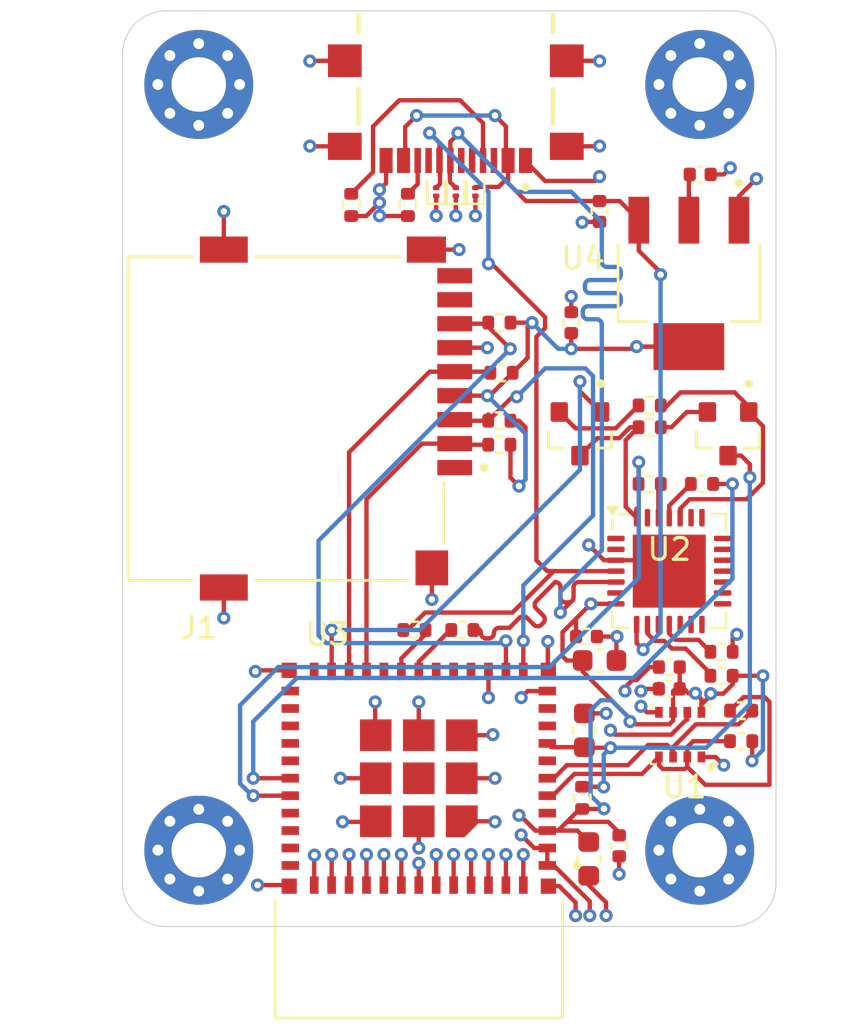
<source format=kicad_pcb>
(kicad_pcb (version 20241229) (generator "pcbnew") (generator_version "9.0")
  (layers (0 "F.Cu" signal) (4 "In1.Cu" signal "GND") (6 "In2.Cu" signal "PWR") (2 "B.Cu" signal) (13 "F.Paste" user) (15 "B.Paste" user) (5 "F.SilkS" user "F.Silkscreen") (7 "B.SilkS" user "B.Silkscreen") (1 "F.Mask" user) (3 "B.Mask" user) (25 "Edge.Cuts" user))
  (net 0 "")
  (net 1 "+3V3")
  (net 2 "GNDREF")
  (net 3 "+5V")
  (net 4 "CHIP_PU")
  (net 5 "U2_D+")
  (net 6 "U2_D-")
  (net 8 "SPI_MOSI")
  (net 9 "SPI_SCK")
  (net 10 "SPI_CSO_SD")
  (net 11 "SPI_MISO")
  (net 16 "Net-(J2-CC1)")
  (net 17 "Net-(J2-CC2)")
  (net 18 "Net-(Q1-B)")
  (net 19 "RTS")
  (net 20 "DTR")
  (net 21 "GPIO9")
  (net 22 "Net-(Q2-B)")
  (net 23 "Net-(U2-~{RST})")
  (net 24 "Net-(U2-~{SUSPEND})")
  (net 25 "Net-(U2-TXD)")
  (net 26 "TXD0")
  (net 27 "Net-(U2-RXD)")
  (net 28 "RXD0")
  (net 29 "SCL")
  (net 30 "SDA")
  (net 31 "GPIO18")
  (net 32 "GPIO19")
  (footprint "Transistor_SMD:TRANS_BC847B" (layer "F.Cu") (at 166 68.9 -90)
    (property "Reference" "Q2" (hide yes))
    (property "Value" "NPN")
  )
  (footprint "Package_DFN_QFN:QFN-28-1EP_5x5mm_P0.5mm_EP3.35x3.35mm" (layer "F.Cu") (at 170.1 75.2)
    (property "Reference" "U2")
    (property "Value" "CP2102N-Axx-xQFN28")
  )
  (footprint "Resistor_SMD:R_0402_1005Metric" (layer "F.Cu") (at 162.3 68.3)
    (property "Reference" "R17" (hide yes))
    (property "Value" "10K")
  )
  (footprint "Resistor_SMD:R_0402_1005Metric" (layer "F.Cu") (at 162.3 63.8)
    (property "Reference" "R16" (hide yes))
    (property "Value" "10K")
  )
  (footprint "esp32-c3-mini:XCVR_ESP32-C3-MINI-1-N4" (layer "F.Cu") (at 158.6 87.4 180)
    (property "Reference" "U3")
    (property "Value" "ESP32-C3-MINI-1-N4")
  )
  (footprint "Capacitor_SMD:C_0402_1005Metric" (layer "F.Cu") (at 171.52 57)
    (property "Reference" "C4" (hide yes))
    (property "Value" "2.2uF")
  )
  (footprint "Capacitor_SMD:C_0402_1005Metric" (layer "F.Cu") (at 167.8 87.8 90)
    (property "Reference" "C8" (hide yes))
    (property "Value" "0.1uF")
  )
  (footprint "Transistor_SMD:TRANS_BC847B" (layer "F.Cu") (at 172.8 68.9 -90)
    (property "Reference" "Q1" (hide yes))
    (property "Value" "NPN")
  )
  (footprint "MountingHole:MountingHole_2.5mm_Pad_Via" (layer "F.Cu") (at 148.5 88)
    (property "Reference" "H4" (hide yes))
    (property "Value" "MountingHole")
  )
  (footprint "Resistor_SMD:R_0402_1005Metric" (layer "F.Cu") (at 162.4 66.1)
    (property "Reference" "R18" (hide yes))
    (property "Value" "10K")
  )
  (footprint "MountingHole:MountingHole_2.5mm_Pad_Via" (layer "F.Cu") (at 171.5 88)
    (property "Reference" "H3" (hide yes))
    (property "Value" "MountingHole")
  )
  (footprint "Resistor_SMD:R_0402_1005Metric" (layer "F.Cu") (at 162.3 69.4)
    (property "Reference" "R15" (hide yes))
    (property "Value" "10K")
  )
  (footprint "Resistor_SMD:R_0402_1005Metric" (layer "F.Cu") (at 173.4 81.6)
    (property "Reference" "R9" (hide yes))
    (property "Value" "4.7k")
  )
  (footprint "Capacitor_SMD:C_0402_1005Metric" (layer "F.Cu") (at 170.1 79.6 180)
    (property "Reference" "C7" (hide yes))
    (property "Value" "100nF")
  )
  (footprint "Resistor_SMD:R_0402_1005Metric" (layer "F.Cu") (at 169.2 68.6)
    (property "Reference" "R6" (hide yes))
    (property "Value" "10k")
  )
  (footprint "Capacitor_SMD:C_0402_1005Metric" (layer "F.Cu") (at 166.9 58.7 -90)
    (property "Reference" "C3" (hide yes))
    (property "Value" "1uF")
  )
  (footprint "Resistor_SMD:R_0402_1005Metric" (layer "F.Cu") (at 158.1 58.4 -90)
    (property "Reference" "R1" (hide yes))
    (property "Value" "5k1")
  )
  (footprint "POWER_REGULATOR:VREG_TLV76133DCYR" (layer "F.Cu") (at 171 62 -90)
    (property "Reference" "U4")
    (property "Value" "TLV76133DCYR")
  )
  (footprint "Capacitor_SMD:C_0603_1608Metric" (layer "F.Cu") (at 166.4 88.4 90)
    (property "Reference" "C5" (hide yes))
    (property "Value" "10uF")
  )
  (footprint "Diode_SMD:Infineon_SG-WLL-2-3_0.58x0.28_P0.36mm" (layer "F.Cu") (at 161.2 57.8 90)
    (property "Reference" "D3" (hide yes))
    (property "Value" "ESD131-B1-W0201")
  )
  (footprint "Resistor_SMD:R_0402_1005Metric" (layer "F.Cu") (at 171.6 71.2 180)
    (property "Reference" "R5" (hide yes))
    (property "Value" "0")
  )
  (footprint "USB_CONNECTORS:GCT_USB4216-03-A_REVA" (layer "F.Cu") (at 160.3 52.9375 180)
    (property "Reference" "J2" (hide yes))
    (property "Value" "USB4216-03-A_REVA")
  )
  (footprint "Resistor_SMD:R_0402_1005Metric" (layer "F.Cu") (at 169.2 67.6 180)
    (property "Reference" "R7" (hide yes))
    (property "Value" "10k")
  )
  (footprint "Diode_SMD:Infineon_SG-WLL-2-3_0.58x0.28_P0.36mm" (layer "F.Cu") (at 159.4 57.8 90)
    (property "Reference" "D1" (hide yes))
    (property "Value" "ESD131-B1-W0201")
  )
  (footprint "Capacitor_SMD:C_0402_1005Metric" (layer "F.Cu") (at 165.6 63.8 -90)
    (property "Reference" "C10" (hide yes))
    (property "Value" "100Nf")
  )
  (footprint "Capacitor_SMD:C_0402_1005Metric" (layer "F.Cu") (at 170.1 80.6 180)
    (property "Reference" "C6" (hide yes))
    (property "Value" "100nF")
  )
  (footprint "Resistor_SMD:R_0402_1005Metric" (layer "F.Cu") (at 172.5 78.9 180)
    (property "Reference" "R3" (hide yes))
    (property "Value" "10k")
  )
  (footprint "Resistor_SMD:R_0402_1005Metric" (layer "F.Cu") (at 166.1 85.6 90)
    (property "Reference" "R14" (hide yes))
    (property "Value" "10k")
  )
  (footprint "MountingHole:MountingHole_2.5mm_Pad_Via" (layer "F.Cu") (at 171.5 52.875)
    (property "Reference" "H1" (hide yes))
    (property "Value" "MountingHole")
  )
  (footprint "Capacitor_SMD:C_0402_1005Metric" (layer "F.Cu") (at 166.3 78.2 180)
    (property "Reference" "C2" (hide yes))
    (property "Value" "0.1uF")
  )
  (footprint "Resistor_SMD:R_0402_1005Metric" (layer "F.Cu") (at 172.5 80 180)
    (property "Reference" "R2" (hide yes))
    (property "Value" "1k")
  )
  (footprint "Diode_SMD:Infineon_SG-WLL-2-3_0.58x0.28_P0.36mm" (layer "F.Cu") (at 160.3 57.8 90)
    (property "Reference" "D2" (hide yes))
    (property "Value" "ESD131-B1-W0201")
  )
  (footprint "Package_LGA:Bosch_LGA-8_2.5x2.5mm_P0.65mm_ClockwisePinNumbering" (layer "F.Cu") (at 170.6 82.7 180)
    (property "Reference" "U1")
    (property "Value" "BME280")
  )
  (footprint "Resistor_SMD:R_0402_1005Metric" (layer "F.Cu") (at 160.6 77.9 180)
    (property "Reference" "R11" (hide yes))
    (property "Value" "0")
  )
  (footprint "Resistor_SMD:R_0402_1005Metric" (layer "F.Cu") (at 158.4 77.9)
    (property "Reference" "R13" (hide yes))
    (property "Value" "0")
  )
  (footprint "MountingHole:MountingHole_2.5mm_Pad_Via" (layer "F.Cu") (at 148.5 52.875)
    (property "Reference" "H2" (hide yes))
    (property "Value" "MountingHole")
  )
  (footprint "Capacitor_SMD:C_0603_1608Metric" (layer "F.Cu") (at 166.9 79.3 180)
    (property "Reference" "C1" (hide yes))
    (property "Value" "10uF")
  )
  (footprint "Capacitor_SMD:C_0603_1608Metric" (layer "F.Cu") (at 166.2 82.5 90)
    (property "Reference" "C9" (hide yes))
    (property "Value" "10uF")
  )
  (footprint "SD-Card:CUI_MSD-1-A" (layer "F.Cu") (at 152.5 68.2 -90)
    (property "Reference" "J1")
    (property "Value" "MSD-1-A")
  )
  (footprint "Resistor_SMD:R_0402_1005Metric" (layer "F.Cu") (at 169.2 71.2 180)
    (property "Reference" "R4" (hide yes))
    (property "Value" "0")
  )
  (footprint "Resistor_SMD:R_0402_1005Metric" (layer "F.Cu") (at 173.4 83 180)
    (property "Reference" "R8" (hide yes))
    (property "Value" "4.7k")
  )
  (footprint "Resistor_SMD:R_0402_1005Metric" (layer "F.Cu") (at 155.5 58.4 -90)
    (property "Reference" "R10" (hide yes))
    (property "Value" "5k1")
  )
  (gr_arc (start 175 89.5) (mid 174.414214 90.914214) (end 173 91.5) (stroke (width 0.05)) (layer "Edge.Cuts"))
  (gr_line (start 175 51.5) (end 175 89.5) (stroke (width 0.05)) (layer "Edge.Cuts"))
  (gr_line (start 147 49.5) (end 173 49.5) (stroke (width 0.05)) (layer "Edge.Cuts"))
  (gr_arc (start 147 91.5) (mid 145.585786 90.914214) (end 145 89.5) (stroke (width 0.05)) (layer "Edge.Cuts"))
  (gr_arc (start 173 49.5) (mid 174.414214 50.085786) (end 175 51.5) (stroke (width 0.05)) (layer "Edge.Cuts"))
  (gr_line (start 147 91.5) (end 173 91.5) (stroke (width 0.05)) (layer "Edge.Cuts"))
  (gr_line (start 145 51.5) (end 145 89.5) (stroke (width 0.05)) (layer "Edge.Cuts"))
  (gr_arc (start 145 51.5) (mid 145.585786 50.085786) (end 147 49.5) (stroke (width 0.05)) (layer "Edge.Cuts"))
  (segment (start 166.125 79.3) (end 165.4 79.3) (width 0.2) (layer "F.Cu") (net 1))
  (segment (start 172.58 80.82) (end 173.01 80.39) (width 0.2) (layer "F.Cu") (net 1))
  (segment (start 168.3 82.1) (end 168.426 82.226) (width 0.2) (layer "F.Cu") (net 1))
  (segment (start 168.3 81.975057) (end 166.125 79.800057) (width 0.2) (layer "F.Cu") (net 1))
  (segment (start 163.599 64.001) (end 163.8 63.8) (width 0.2) (layer "F.Cu") (net 1))
  (segment (start 167.8 87.2) (end 167.8 87.32) (width 0.2) (layer "F.Cu") (net 1))
  (segment (start 163.8 63.8) (end 163.9 63.8) (width 0.2) (layer "F.Cu") (net 1))
  (segment (start 166.1 86.11) (end 167.09 86.11) (width 0.2) (layer "F.Cu") (net 1))
  (segment (start 170.58 79.4) (end 170.58 80.4) (width 0.2) (layer "F.Cu") (net 1))
  (segment (start 171.04 57.27) (end 171 57.31) (width 0.2) (layer "F.Cu") (net 1))
  (segment (start 163.2 68.3) (end 163.5 68.6) (width 0.2) (layer "F.Cu") (net 1))
  (segment (start 170.98 80.8) (end 171.3 80.8) (width 0.2) (layer "F.Cu") (net 1))
  (segment (start 162.91 66.1) (end 161.86 67.15) (width 0.2) (layer "F.Cu") (net 1))
  (segment (start 171 57.31) (end 171 59.1) (width 0.2) (layer "F.Cu") (net 1))
  (segment (start 163.949943 87.1) (end 163.3 86.450057) (width 0.2) (layer "F.Cu") (net 1))
  (segment (start 162.81 69.4) (end 162.81 70.91) (width 0.2) (layer "F.Cu") (net 1))
  (segment (start 171.575 81.325) (end 171.575 81.675) (width 0.2) (layer "F.Cu") (net 1))
  (segment (start 173.01 80.39) (end 173.01 80) (width 0.2) (layer "F.Cu") (net 1))
  (segment (start 166.1 86.11) (end 165.99 86.11) (width 0.2) (layer "F.Cu") (net 1))
  (segment (start 162.81 70.91) (end 163.2 71.3) (width 0.2) (layer "F.Cu") (net 1))
  (segment (start 167.65 76.7) (end 166.5 76.7) (width 0.2) (layer "F.Cu") (net 1))
  (segment (start 165.2 79.1) (end 165.2 78) (width 0.2) (layer "F.Cu") (net 1))
  (segment (start 174.4 80) (end 173.01 80) (width 0.2) (layer "F.Cu") (net 1))
  (segment (start 161.75 67.15) (end 161.8 67.2) (width 0.2) (layer "F.Cu") (net 1))
  (segment (start 165.4 79.3) (end 165.2 79.1) (width 0.2) (layer "F.Cu") (net 1))
  (segment (start 165.82 77.38) (end 166.5 76.7) (width 0.2) (layer "F.Cu") (net 1))
  (segment (start 165.2 78) (end 165.82 77.38) (width 0.2) (layer "F.Cu") (net 1))
  (segment (start 171.575 81.075) (end 171.3 80.8) (width 0.2) (layer "F.Cu") (net 1))
  (segment (start 173.91 83) (end 173.91 83.89) (width 0.2) (layer "F.Cu") (net 1))
  (segment (start 163.5 68.6) (end 163.5 71) (width 0.2) (layer "F.Cu") (net 1))
  (segment (start 171.575 81.475) (end 171.575 81.675) (width 0.2) (layer "F.Cu") (net 1))
  (segment (start 165.875 87.1) (end 166.4 87.625) (width 0.2) (layer "F.Cu") (net 1))
  (segment (start 171.575 81.325) (end 171.575 81.075) (width 0.2) (layer "F.Cu") (net 1))
  (segment (start 170.58 80.4) (end 170.58 80.48) (width 0.2) (layer "F.Cu") (net 1))
  (segment (start 165 87.1) (end 165.4 86.7) (width 0.2) (layer "F.Cu") (net 1))
  (segment (start 165.99 86.11) (end 165.4 86.7) (width 0.2) (layer "F.Cu") (net 1))
  (segment (start 161.86 67.15) (end 161.75 67.15) (width 0.2) (layer "F.Cu") (net 1))
  (segment (start 164.5 87.1) (end 165.32 87.1) (width 0.2) (layer "F.Cu") (net 1))
  (segment (start 170.275 80.705) (end 170.58 80.4) (width 0.2) (layer "F.Cu") (net 1))
  (segment (start 162.81 63.8) (end 163.8 63.8) (width 0.2) (layer "F.Cu") (net 1))
  (segment (start 164.5 87.1) (end 165 87.1) (width 0.2) (layer "F.Cu") (net 1))
  (segment (start 165.82 78.2) (end 165.82 77.38) (width 0.2) (layer "F.Cu") (net 1))
  (segment (start 168.3 82.1) (end 168.3 81.975057) (width 0.2) (layer "F.Cu") (net 1))
  (segment (start 170.58 80.4) (end 170.98 80.8) (width 0.2) (layer "F.Cu") (net 1))
  (segment (start 170.275 81.675) (end 170.275 80.705) (width 0.2) (layer "F.Cu") (net 1))
  (segment (start 170.101 82.226) (end 170.275 82.052) (width 0.2) (layer "F.Cu") (net 1))
  (segment (start 165.4 86.7) (end 167.3 86.7) (width 0.2) (layer "F.Cu") (net 1))
  (segment (start 163.5 71) (end 163.2 71.3) (width 0.2) (layer "F.Cu") (net 1))
  (segment (start 171.999869 80.82) (end 171.999869 80.900131) (width 0.2) (layer "F.Cu") (net 1))
  (segment (start 165.6 64.28) (end 165.6 65) (width 0.2) (layer "F.Cu") (net 1))
  (segment (start 168.6 64.9) (end 171 64.9) (width 0.2) (layer "F.Cu") (net 1))
  (segment (start 162.91 66.1) (end 163.599 65.411) (width 0.2) (layer "F.Cu") (net 1))
  (segment (start 171.04 57) (end 171.04 57.27) (width 0.2) (layer "F.Cu") (net 1))
  (segment (start 168.5 65) (end 168.6 64.9) (width 0.2) (layer "F.Cu") (net 1))
  (segment (start 166.125 79.800057) (end 166.125 79.3) (width 0.2) (layer "F.Cu") (net 1))
  (segment (start 171.999869 80.82) (end 172.58 80.82) (width 0.2) (layer "F.Cu") (net 1))
  (segment (start 162.81 68.3) (end 163.2 68.3) (width 0.2) (layer "F.Cu") (net 1))
  (segment (start 168.426 82.226) (end 170.101 82.226) (width 0.2) (layer "F.Cu") (net 1))
  (segment (start 165.6 65) (end 168.5 65) (width 0.2) (layer "F.Cu") (net 1))
  (segment (start 171.999869 80.900131) (end 171.575 81.325) (width 0.2) (layer "F.Cu") (net 1))
  (segment (start 167.3 86.7) (end 167.8 87.2) (width 0.2) (layer "F.Cu") (net 1))
  (segment (start 164.5 87.1) (end 165.875 87.1) (width 0.2) (layer "F.Cu") (net 1))
  (segment (start 163.599 65.411) (end 163.599 64.001) (width 0.2) (layer "F.Cu") (net 1))
  (segment (start 170.275 82.052) (end 170.275 81.675) (width 0.2) (layer "F.Cu") (net 1))
  (segment (start 160.25 67.15) (end 161.75 67.15) (width 0.2) (layer "F.Cu") (net 1))
  (segment (start 164.5 87.1) (end 163.949943 87.1) (width 0.2) (layer "F.Cu") (net 1))
  (via (at 165.6 65) (size 0.6) (drill 0.3) (layers "F.Cu" "B.Cu") (net 1))
  (via (at 173.9 83.9) (size 0.6) (drill 0.3) (layers "F.Cu" "B.Cu") (net 1))
  (via (at 163.2 86.4) (size 0.6) (drill 0.3) (layers "F.Cu" "B.Cu") (net 1))
  (via (at 163.8 63.8) (size 0.6) (drill 0.3) (layers "F.Cu" "B.Cu") (net 1))
  (via (at 163.2 71.3) (size 0.6) (drill 0.3) (layers "F.Cu" "B.Cu") (net 1))
  (via (at 174.4 80) (size 0.6) (drill 0.3) (layers "F.Cu" "B.Cu") (net 1))
  (via (at 167.1 86.1) (size 0.6) (drill 0.3) (layers "F.Cu" "B.Cu") (net 1))
  (via (at 171.999869 80.82) (size 0.6) (drill 0.3) (layers "F.Cu" "B.Cu") (net 1))
  (via (at 168.3 82.1) (size 0.6) (drill 0.3) (layers "F.Cu" "B.Cu") (net 1))
  (via (at 166.5 76.7) (size 0.6) (drill 0.3) (layers "F.Cu" "B.Cu") (net 1))
  (via (at 168.6 64.9) (size 0.6) (drill 0.3) (layers "F.Cu" "B.Cu") (net 1))
  (via (at 171.3 80.8) (size 0.6) (drill 0.3) (layers "F.Cu" "B.Cu") (net 1))
  (via (at 161.75 67.15) (size 0.6) (drill 0.3) (layers "F.Cu" "B.Cu") (net 1))
  (segment (start 165.6 65) (end 165 65) (width 0.2) (layer "B.Cu") (net 1))
  (segment (start 161.75 67.15) (end 163.5 68.9) (width 0.2) (layer "B.Cu") (net 1))
  (segment (start 167.448943 81.124) (end 168.3 81.975057) (width 0.2) (layer "B.Cu") (net 1))
  (segment (start 167.1 86.1) (end 166.489 85.489) (width 0.2) (layer "B.Cu") (net 1))
  (segment (start 166.489 85.489) (end 166.489 81.586057) (width 0.2) (layer "B.Cu") (net 1))
  (segment (start 168.3 81.975057) (end 168.3 82.1) (width 0.2) (layer "B.Cu") (net 1))
  (segment (start 165 65) (end 163.8 63.8) (width 0.2) (layer "B.Cu") (net 1))
  (segment (start 166.489 81.586057) (end 166.951057 81.124) (width 0.2) (layer "B.Cu") (net 1))
  (segment (start 173.9 83.9) (end 174.4 83.4) (width 0.2) (layer "B.Cu") (net 1))
  (segment (start 166.951057 81.124) (end 167.448943 81.124) (width 0.2) (layer "B.Cu") (net 1))
  (segment (start 174.4 83.4) (end 174.4 80) (width 0.2) (layer "B.Cu") (net 1))
  (segment (start 163.5 68.9) (end 163.5 71) (width 0.2) (layer "B.Cu") (net 1))
  (segment (start 163.5 71) (end 163.2 71.3) (width 0.2) (layer "B.Cu") (net 1))
  (segment (start 167.5 82.6) (end 167.4 82.5) (width 0.2) (layer "F.Cu") (net 2))
  (segment (start 167.601 82.701) (end 167.5 82.6) (width 0.2) (layer "F.Cu") (net 2))
  (segment (start 166.78 78.2) (end 167.6 78.2) (width 0.2) (layer "F.Cu") (net 2))
  (segment (start 156.6 82.7) (end 156.625 82.725) (width 0.2) (layer "F.Cu") (net 2))
  (segment (start 168.401918 80.2) (end 168.6 80.2) (width 0.2) (layer "F.Cu") (net 2))
  (segment (start 164.8 88.7) (end 164.5 88.7) (width 0.2) (layer "F.Cu") (net 2))
  (segment (start 156.19 58.91) (end 156.8 58.3) (width 0.2) (layer "F.Cu") (net 2))
  (segment (start 166.9 59.18) (end 166.12 59.18) (width 0.2) (layer "F.Cu") (net 2))
  (segment (start 167.675 79.3) (end 167.675 78.225) (width 0.2) (layer "F.Cu") (net 2))
  (segment (start 169.6 74.7) (end 167.65 74.7) (width 0.2) (layer "F.Cu") (net 2))
  (segment (start 170.1931 82.701) (end 167.601 82.701) (width 0.2) (layer "F.Cu") (net 2))
  (segment (start 157.1 56.3625) (end 157.1 57.4) (width 0.2) (layer "F.Cu") (net 2))
  (segment (start 158.6 89.6) (end 158.6 88.6) (width 0.2) (layer "F.Cu") (net 2))
  (segment (start 172.6 57) (end 172.9 56.7) (width 0.2) (layer "F.Cu") (net 2))
  (segment (start 160.575 84.7) (end 162.1 84.7) (width 0.2) (layer "F.Cu") (net 2))
  (segment (start 155.205 51.7875) (end 153.6125 51.7875) (width 0.2) (layer "F.Cu") (net 2))
  (segment (start 161.8 79.8) (end 161.8 81) (width 0.2) (layer "F.Cu") (net 2))
  (segment (start 160.2 89.6) (end 160.2 88.2) (width 0.2) (layer "F.Cu") (net 2))
  (segment (start 161.975 82.725) (end 162 82.7) (width 0.2) (layer "F.Cu") (net 2))
  (segment (start 170.34705 82.54705) (end 170.2671 82.627) (width 0.2) (layer "F.Cu") (net 2))
  (segment (start 157 89.6) (end 157 88.2) (width 0.2) (layer "F.Cu") (net 2))
  (segment (start 162.6 89.6) (end 162.6 88.2) (width 0.2) (layer "F.Cu") (net 2))
  (segment (start 155.205 55.7125) (end 153.6125 55.7125) (width 0.2) (layer "F.Cu") (net 2))
  (segment (start 151.2 89.6) (end 152.6 89.6) (width 0.2) (layer "F.Cu") (net 2))
  (segment (start 154.6 89.6) (end 154.6 88.3) (width 0.2) (layer "F.Cu") (net 2))
  (segment (start 165.395 51.7875) (end 166.8875 51.7875) (width 0.2) (layer "F.Cu") (net 2))
  (segment (start 153.8 89.6) (end 153.8 88.2) (width 0.2) (layer "F.Cu") (net 2))
  (segment (start 155.4 89.6) (end 155.4 88.2) (width 0.2) (layer "F.Cu") (net 2))
  (segment (start 161 89.6) (end 161 88.2) (width 0.2) (layer "F.Cu") (net 2))
  (segment (start 173.01 78.9) (end 173.01 78.29) (width 0.2) (layer "F.Cu") (net 2))
  (segment (start 157.8 89.6) (end 157.8 88.2) (width 0.2) (layer "F.Cu") (net 2))
  (segment (start 161.8 89.6) (end 161.8 88.2) (width 0.2) (layer "F.Cu") (net 2))
  (segment (start 161.2 58.9) (end 161.2 58.026) (width 0.2) (layer "F.Cu") (net 2))
  (segment (start 165.8 91) (end 165.8 90.4) (width 0.2) (layer "F.Cu") (net 2))
  (segment (start 166.449936 91) (end 166.449936 90.349936) (width 0.2) (layer "F.Cu") (net 2))
  (segment (start 155.5 58.91) (end 156.19 58.91) (width 0.2) (layer "F.Cu") (net 2))
  (segment (start 171.575 83.725) (end 172.225 83.725) (width 0.2) (layer "F.Cu") (net 2))
  (segment (start 173.01 78.29) (end 173.2 78.1) (width 0.2) (layer "F.Cu") (net 2))
  (segment (start 159.2 75.05) (end 159.2 76.5) (width 0.2) (layer "F.Cu") (net 2))
  (segment (start 159.4 88.3) (end 159.4 88.2) (width 0.2) (layer "F.Cu") (net 2))
  (segment (start 163.9 87.9) (end 163.3 87.3) (width 0.2) (layer "F.Cu") (net 2))
  (segment (start 156.2 89.6) (end 156.2 88.2) (width 0.2) (layer "F.Cu") (net 2))
  (segment (start 156.6 86.7) (end 156.625 86.675) (width 0.2) (layer "F.Cu") (net 2))
  (segment (start 162.075 86.675) (end 162.1 86.7) (width 0.2) (layer "F.Cu") (net 2))
  (segment (start 170.1 75.2) (end 169.6 74.7) (width 0.2) (layer "F.Cu") (net 2))
  (segment (start 166.449936 90.349936) (end 164.8 88.7) (width 0.2) (layer "F.Cu") (net 2))
  (segment (start 152.6 89.6) (end 152.65 89.65) (width 0.2) (layer "F.Cu") (net 2))
  (segment (start 168.6 80.2) (end 169.2 79.6) (width 0.2) (layer "F.Cu") (net 2))
  (segment (start 152.65 79.75) (end 151.15 79.75) (width 0.2) (layer "F.Cu") (net 2))
  (segment (start 165.395 55.7125) (end 166.8875 55.7125) (width 0.2) (layer "F.Cu") (net 2))
  (segment (start 164.524265 79.724265) (end 164.55 79.75) (width 0.2) (layer "F.Cu") (net 2))
  (segment (start 166.4 89.6) (end 167.2 90.4) (width 0.2) (layer "F.Cu") (net 2))
  (segment (start 163.5 56.3625) (end 163.5 56.4) (width 0.2) (layer "F.Cu") (net 2))
  (segment (start 169.62 80.4) (end 169.62 80.364686) (width 0.2) (layer "F.Cu") (net 2))
  (segment (start 160.575 86.675) (end 162.075 86.675) (width 0.2) (layer "F.Cu") (net 2))
  (segment (start 164.5 87.9) (end 164.5 88.7) (width 0.2) (layer "F.Cu") (net 2))
  (segment (start 170.34705 82.54705) (end 170.1931 82.701) (width 0.2) (layer "F.Cu") (net 2))
  (segment (start 169.2 79.6) (end 169.62 79.6) (width 0.2) (layer "F.Cu") (net 2))
  (segment (start 153.6125 51.7875) (end 153.6 51.8) (width 0.2) (layer "F.Cu") (net 2))
  (segment (start 169.62 79.4) (end 169.62 79.6) (width 0.2) (layer "F.Cu") (net 2))
  (segment (start 158.6 81.2) (end 158.6 82.725) (width 0.2) (layer "F.Cu") (net 2))
  (segment (start 167.2 91) (end 167.3 90.9) (width 0.2) (layer "F.Cu") (net 2))
  (segment (start 164.5 87.9) (end 163.9 87.9) (width 0.2) (layer "F.Cu") (net 2))
  (segment (start 166.2 81.725) (end 167.375 81.725) (width 0.2) (layer "F.Cu") (net 2))
  (segment (start 158.1 58.91) (end 156.81 58.91) (width 0.2) (layer "F.Cu") (net 2))
  (segment (start 166.7 57.3) (end 166.9 57.1) (width 0.2) (layer "F.Cu") (net 2))
  (segment (start 159.4 58.9) (end 159.4 58.026) (width 0.2) (layer "F.Cu") (net 2))
  (segment (start 173.3 58) (end 173.3 59.1) (width 0.2) (layer "F.Cu") (net 2))
  (segment (start 167.8 88.28) (end 167.8 89.1) (width 0.2) (layer "F.Cu") (net 2))
  (segment (start 158.95 60.45) (end 160.45 60.45) (width 0.2) (layer "F.Cu") (net 2))
  (segment (start 168.9 80.6) (end 168.8 80.7) (width 0.2) (layer "F.Cu") (net 2))
  (segment (start 160.575 82.725) (end 161.975 82.725) (width 0.2) (layer "F.Cu") (net 2))
  (segment (start 165.05 89.65) (end 164.55 89.65) (width 0.2) (layer "F.Cu") (net 2))
  (segment (start 172 57) (end 172.6 57) (width 0.2) (layer "F.Cu") (net 2))
  (segment (start 170.88 82.0141) (end 170.34705 82.54705) (width 0.2) (layer "F.Cu") (net 2))
  (segment (start 149.65 77.35) (end 149.7 77.4) (width 0.2) (layer "F.Cu") (net 2))
  (segment (start 168.068323 80.533595) (end 168.401918 80.2) (width 0.2) (layer "F.Cu") (net 2))
  (segment (start 154.6 88.3) (end 154.6 88.2) (width 0.2) (layer "F.Cu") (net 2))
  (segment (start 149.65 58.7) (end 149.65 60.45) (width 0.2) (layer "F.Cu") (net 2))
  (segment (start 155 84.7) (end 156.625 84.7) (width 0.2) (layer "F.Cu") (net 2))
  (segment (start 166.402 74) (end 167.102 74.7) (width 0.2) (layer "F.Cu") (net 2))
  (segment (start 167.2 90.4) (end 167.2 91) (width 0.2) (layer "F.Cu") (net 2))
  (segment (start 151.15 79.75) (end 151.1 79.8) (width 0.2) (layer "F.Cu") (net 2))
  (segment (start 149.65 75.95) (end 149.65 77.35) (width 0.2) (layer "F.Cu") (net 2))
  (segment (start 168.068323 80.699) (end 168.068323 80.533595) (width 0.2) (layer "F.Cu") (net 2))
  (segment (start 164.4 57.3) (end 166.7 57.3) (width 0.2) (layer "F.Cu") (net 2))
  (segment (start 159.39 58.91) (end 159.4 58.9) (width 0.2) (layer "F.Cu") (net 2))
  (segment (start 166.4 89.175) (end 166.4 89.6) (width 0.2) (layer "F.Cu") (net 2))
  (segment (start 153.6125 55.7125) (end 153.6 55.7) (width 0.2) (layer "F.Cu") (net 2))
  (segment (start 160.25 64.95) (end 161.75 64.95) (width 0.2) (layer "F.Cu") (net 2))
  (segment (start 169.625 81.675) (end 169.075 81.675) (width 0.2) (layer "F.Cu") (net 2))
  (segment (start 166.12 59.18) (end 166.1 59.2) (width 0.2) (layer "F.Cu") (net 2))
  (segment (start 155.1 86.7) (end 156.6 86.7) (width 0.2) (layer "F.Cu") (net 2))
  (segment (start 157.1 57.4) (end 156.8 57.7) (width 0.2) (layer "F.Cu") (net 2))
  (segment (start 163.4 89.6) (end 163.4 88.2) (width 0.2) (layer "F.Cu") (net 2))
  (segment (start 172.225 83.725) (end 172.6 84.1) (width 0.2) (layer "F.Cu") (net 2))
  (segment (start 160.3 58.9) (end 160.3 58.026) (width 0.2) (layer "F.Cu") (net 2))
  (segment (start 165.8 90.4) (end 165.05 89.65) (width 0.2) (layer "F.Cu") (net 2))
  (segment (start 164.524265 78.424265) (end 164.524265 79.724265) (width 0.2) (layer "F.Cu") (net 2))
  (segment (start 166.78 78.2) (end 166.78 78.405) (width 0.2) (layer "F.Cu") (net 2))
  (segment (start 165.6 63.32) (end 165.6 62.6) (width 0.2) (layer "F.Cu") (net 2))
  (segment (start 167.675 78.225) (end 167.7 78.2) (width 0.2) (layer "F.Cu") (net 2))
  (segment (start 159.4 89.6) (end 159.4 88.3) (width 0.2) (layer "F.Cu") (net 2))
  (segment (start 163.6 80.7) (end 163.3 81) (width 0.2) (layer "F.Cu") (net 2))
  (segment (start 163.5 56.4) (end 164.4 57.3) (width 0.2) (layer "F.Cu") (net 2))
  (segment (start 166.8875 51.7875) (end 166.9 51.8) (width 0.2) (layer "F.Cu") (net 2))
  (segment (start 174.1 57.2) (end 173.3 58) (width 0.2) (layer "F.Cu") (net 2))
  (segment (start 167.102 74.7) (end 167.65 74.7) (width 0.2) (layer "F.Cu") (net 2))
  (segment (start 169.62 80.6) (end 168.9 80.6) (width 0.2) (layer "F.Cu") (net 2))
  (segment (start 166.2 81.725) (end 166.475 81.725) (width 0.2) (layer "F.Cu") (net 2))
  (segment (start 166.8875 55.7125) (end 166.9 55.7) (width 0.2) (layer "F.Cu") (net 2))
  (segment (start 158.6 86.675) (end 158.6 87.9) (width 0.2) (layer "F.Cu") (net 2))
  (segment (start 169.075 81.675) (end 168.8 81.4) (width 0.2) (layer "F.Cu") (net 2))
  (segment (start 170.925 81.675) (end 170.925 82.0141) (width 0.2) (layer "F.Cu") (net 2))
  (segment (start 170.925 82.0141) (end 170.88 82.0141) (width 0.2) (layer "F.Cu") (net 2))
  (segment (start 164.5 80.7) (end 163.6 80.7) (width 0.2) (layer "F.Cu") (net 2))
  (segment (start 156.6 81.2) (end 156.6 82.7) (width 0.2) (layer "F.Cu") (net 2))
  (via (at 161.8 88.2) (size 0.6) (drill 0.3) (layers "F.Cu" "B.Cu") (net 2))
  (via (at 174.1 57.2) (size 0.6) (drill 0.3) (layers "F.Cu" "B.Cu") (net 2))
  (via (at 158.6 87.9) (size 0.6) (drill 0.3) (layers "F.Cu" "B.Cu") (net 2))
  (via (at 155 84.7) (size 0.6) (drill 0.3) (layers "F.Cu" "B.Cu") (net 2))
  (via (at 162.1 84.7) (size 0.6) (drill 0.3) (layers "F.Cu" "B.Cu") (net 2))
  (via (at 166.449936 91) (size 0.6) (drill 0.3) (layers "F.Cu" "B.Cu") (net 2))
  (via (at 149.65 58.7) (size 0.6) (drill 0.3) (layers "F.Cu" "B.Cu") (net 2))
  (via (at 167.8 89.1) (size 0.6) (drill 0.3) (layers "F.Cu" "B.Cu") (net 2))
  (via (at 158.6 81.2) (size 0.6) (drill 0.3) (layers "F.Cu" "B.Cu") (net 2))
  (via (at 162.6 88.2) (size 0.6) (drill 0.3) (layers "F.Cu" "B.Cu") (net 2))
  (via (at 166.9 55.7) (size 0.6) (drill 0.3) (layers "F.Cu" "B.Cu") (net 2))
  (via (at 165.8 91) (size 0.6) (drill 0.3) (layers "F.Cu" "B.Cu") (net 2))
  (via (at 153.80902 88.227) (size 0.6) (drill 0.3) (layers "F.Cu" "B.Cu") (net 2))
  (via (at 166.402 74) (size 0.6) (drill 0.3) (layers "F.Cu" "B.Cu") (net 2))
  (via (at 167.2 91) (size 0.6) (drill 0.3) (layers "F.Cu" "B.Cu") (net 2))
  (via (at 166.9 57.1) (size 0.6) (drill 0.3) (layers "F.Cu" "B.Cu") (net 2))
  (via (at 167.7 78.2) (size 0.6) (drill 0.3) (layers "F.Cu" "B.Cu") (net 2))
  (via (at 167.4 82.5) (size 0.6) (drill 0.3) (layers "F.Cu" "B.Cu") (net 2))
  (via (at 166.1 59.2) (size 0.6) (drill 0.3) (layers "F.Cu" "B.Cu") (net 2))
  (via (at 168.8 80.7) (size 0.6) (drill 0.3) (layers "F.Cu" "B.Cu") (net 2))
  (via (at 162 82.7) (size 0.6) (drill 0.3) (layers "F.Cu" "B.Cu") (net 2))
  (via (at 158.6 88.6) (size 0.6) (drill 0.3) (layers "F.Cu" "B.Cu") (net 2))
  (via (at 161.2 58.9) (size 0.6) (drill 0.3) (layers "F.Cu" "B.Cu") (net 2))
  (via (at 167.2 81.725) (size 0.6) (drill 0.3) (layers "F.Cu" "B.Cu") (net 2))
  (via (at 155.4 88.2) (size 0.6) (drill 0.3) (layers "F.Cu" "B.Cu") (net 2))
  (via (at 154.6 88.2) (size 0.6) (drill 0.3) (layers "F.Cu" "B.Cu") (net 2))
  (via (at 156.8 57.7) (size 0.6) (drill 0.3) (layers "F.Cu" "B.Cu") (net 2))
  (via (at 160.2 88.2) (size 0.6) (drill 0.3) (layers "F.Cu" "B.Cu") (net 2))
  (via (at 172.9 56.7) (size 0.6) (drill 0.3) (layers "F.Cu" "B.Cu") (net 2))
  (via (at 149.65 77.35) (size 0.6) (drill 0.3) (layers "F.Cu" "B.Cu") (net 2))
  (via (at 161 88.2) (size 0.6) (drill 0.3) (layers "F.Cu" "B.Cu") (net 2))
  (via (at 168.8 81.4) (size 0.6) (drill 0.3) (layers "F.Cu" "B.Cu") (net 2))
  (via (at 164.524265 78.424265) (size 0.6) (drill 0.3) (layers "F.Cu" "B.Cu") (net 2))
  (via (at 156.8 58.9) (size 0.6) (drill 0.3) (layers "F.Cu" "B.Cu") (net 2))
  (via (at 157 88.2) (size 0.6) (drill 0.3) (layers "F.Cu" "B.Cu") (net 2))
  (via (at 173.2 78.1) (size 0.6) (drill 0.3) (layers "F.Cu" "B.Cu") (net 2))
  (via (at 153.6 55.7) (size 0.6) (drill 0.3) (layers "F.Cu" "B.Cu") (net 2))
  (via (at 163.3 81) (size 0.6) (drill 0.3) (layers "F.Cu" "B.Cu") (net 2))
  (via (at 161.8 81) (size 0.6) (drill 0.3) (layers "F.Cu" "B.Cu") (net 2))
  (via (at 155.1 86.7) (size 0.6) (drill 0.3) (layers "F.Cu" "B.Cu") (net 2))
  (via (at 161.75 64.95) (size 0.6) (drill 0.3) (layers "F.Cu" "B.Cu") (net 2))
  (via (at 153.6 51.8) (size 0.6) (drill 0.3) (layers "F.Cu" "B.Cu") (net 2))
  (via (at 172.6 84.1) (size 0.6) (drill 0.3) (layers "F.Cu" "B.Cu") (net 2))
  (via (at 156.8 58.3) (size 0.6) (drill 0.3) (layers "F.Cu" "B.Cu") (net 2))
  (via (at 151.1 79.8) (size 0.6) (drill 0.3) (layers "F.Cu" "B.Cu") (net 2))
  (via (at 165.6 62.6) (size 0.6) (drill 0.3) (layers "F.Cu" "B.Cu") (net 2))
  (via (at 156.6 81.2) (size 0.6) (drill 0.3) (layers "F.Cu" "B.Cu") (net 2))
  (via (at 159.4 88.2) (size 0.6) (drill 0.3) (layers "F.Cu" "B.Cu") (net 2))
  (via (at 157.8 88.2) (size 0.6) (drill 0.3) (layers "F.Cu" "B.Cu") (net 2))
  (via (at 151.2 89.6) (size 0.6) (drill 0.3) (layers "F.Cu" "B.Cu") (net 2))
  (via (at 163.4 88.2) (size 0.6) (drill 0.3) (layers "F.Cu" "B.Cu") (net 2))
  (via (at 160.45 60.45) (size 0.6) (drill 0.3) (layers "F.Cu" "B.Cu") (net 2))
  (via (at 159.2 76.5) (size 0.6) (drill 0.3) (layers "F.Cu" "B.Cu") (net 2))
  (via (at 168.068323 80.699) (size 0.6) (drill 0.3) (layers "F.Cu" "B.Cu") (net 2))
  (via (at 166.9 51.8) (size 0.6) (drill 0.3) (layers "F.Cu" "B.Cu") (net 2))
  (via (at 162.1 86.7) (size 0.6) (drill 0.3) (layers "F.Cu" "B.Cu") (net 2))
  (via (at 163.3 87.3) (size 0.6) (drill 0.3) (layers "F.Cu" "B.Cu") (net 2))
  (via (at 160.3 58.9) (size 0.6) (drill 0.3) (layers "F.Cu" "B.Cu") (net 2))
  (via (at 159.4 58.9) (size 0.6) (drill 0.3) (layers "F.Cu" "B.Cu") (net 2))
  (via (at 156.2 88.2) (size 0.6) (drill 0.3) (layers "F.Cu" "B.Cu") (net 2))
  (segment (start 168.7 60.5) (end 168.7 59.1) (width 0.2) (layer "F.Cu") (net 3))
  (segment (start 166.9 58.22) (end 167.82 58.22) (width 0.2) (layer "F.Cu") (net 3))
  (segment (start 169.7 61.5) (end 168.7 60.5) (width 0.2) (layer "F.Cu") (net 3))
  (segment (start 162.7 56.3625) (end 162.7 57.1375) (width 0.2) (layer "F.Cu") (net 3))
  (segment (start 162.7 57.1375) (end 162.2635 57.574) (width 0.2) (layer "F.Cu") (net 3))
  (segment (start 163.52 58.22) (end 162.7 57.4) (width 0.2) (layer "F.Cu") (net 3))
  (segment (start 157.9 56.3625) (end 157.976 56.2865) (width 0.2) (layer "F.Cu") (net 3))
  (segment (start 168.6 78.5) (end 168.9 78.8) (width 0.2) (layer "F.Cu") (net 3))
  (segment (start 167.82 58.22) (end 168.7 59.1) (width 0.2) (layer "F.Cu") (net 3))
  (segment (start 169.7 61.6) (end 169.7 61.5) (width 0.2) (layer "F.Cu") (net 3))
  (segment (start 157.976 54.824) (end 158.5 54.3) (width 0.2) (layer "F.Cu") (net 3))
  (segment (start 157.976 56.2865) (end 157.976 54.824) (width 0.2) (layer "F.Cu") (net 3))
  (segment (start 166.9 58.22) (end 163.52 58.22) (width 0.2) (layer "F.Cu") (net 3))
  (segment (start 162.7 57.4) (end 162.7 57.1375) (width 0.2) (layer "F.Cu") (net 3))
  (segment (start 162.6 56.2625) (end 162.7 56.3625) (width 0.2) (layer "F.Cu") (net 3))
  (segment (start 168.6 77.65) (end 168.6 78.5) (width 0.2) (layer "F.Cu") (net 3))
  (segment (start 162.2635 57.574) (end 161.2 57.574) (width 0.2) (layer "F.Cu") (net 3))
  (segment (start 162.6 54.8) (end 162.6 56.2625) (width 0.2) (layer "F.Cu") (net 3))
  (segment (start 162.1 54.3) (end 162.6 54.8) (width 0.2) (layer "F.Cu") (net 3))
  (via (at 169.7 61.6) (size 0.6) (drill 0.3) (layers "F.Cu" "B.Cu") (net 3))
  (via (at 162.1 54.3) (size 0.6) (drill 0.3) (layers "F.Cu" "B.Cu") (net 3))
  (via (at 168.9 78.8) (size 0.6) (drill 0.3) (layers "F.Cu" "B.Cu") (net 3))
  (via (at 158.5 54.3) (size 0.6) (drill 0.3) (layers "F.Cu" "B.Cu") (net 3))
  (segment (start 168.9 78.8) (end 169.7 78) (width 0.2) (layer "B.Cu") (net 3))
  (segment (start 169.7 78) (end 169.7 61.6) (width 0.2) (layer "B.Cu") (net 3))
  (segment (start 158.5 54.3) (end 162.1 54.3) (width 0.2) (layer "B.Cu") (net 3))
  (segment (start 172.8 69.9) (end 173.4 69.9) (width 0.2) (layer "F.Cu") (net 4))
  (segment (start 166.2 83.275) (end 164.675 83.275) (width 0.2) (layer "F.Cu") (net 4))
  (segment (start 166.1 85.09) (end 166.9 85.09) (width 0.2) (layer "F.Cu") (net 4))
  (segment (start 166.225 83.3) (end 166.2 83.275) (width 0.2) (layer "F.Cu") (net 4))
  (segment (start 173.8 70.3) (end 173.8 70.9) (width 0.2) (layer "F.Cu") (net 4))
  (segment (start 173.4 69.9) (end 173.8 70.3) (width 0.2) (layer "F.Cu") (net 4))
  (segment (start 166.9 85.09) (end 166.99 85.09) (width 0.2) (layer "F.Cu") (net 4))
  (segment (start 167.4 83.3) (end 166.225 83.3) (width 0.2) (layer "F.Cu") (net 4))
  (segment (start 166.99 85.09) (end 167 85.1) (width 0.2) (layer "F.Cu") (net 4))
  (segment (start 164.675 83.275) (end 164.5 83.1) (width 0.2) (layer "F.Cu") (net 4))
  (segment (start 164.9 83.275) (end 164.675 83.275) (width 0.2) (layer "F.Cu") (net 4))
  (segment (start 166.9 85.09) (end 167.09 85.09) (width 0.2) (layer "F.Cu") (net 4))
  (via (at 167.4 83.3) (size 0.6) (drill 0.3) (layers "F.Cu" "B.Cu") (net 4))
  (via (at 173.8 70.9) (size 0.6) (drill 0.3) (layers "F.Cu" "B.Cu") (net 4))
  (via (at 167.09 85.101) (size 0.6) (drill 0.3) (layers "F.Cu" "B.Cu") (net 4))
  (segment (start 167.09 85.101) (end 167.09 83.61) (width 0.2) (layer "B.Cu") (net 4))
  (segment (start 173.8 81.3) (end 171.8 83.3) (width 0.2) (layer "B.Cu") (net 4))
  (segment (start 167.09 83.61) (end 167.4 83.3) (width 0.2) (layer "B.Cu") (net 4))
  (segment (start 171.8 83.3) (end 167.4 83.3) (width 0.2) (layer "B.Cu") (net 4))
  (segment (start 167.5 83.3) (end 167.4 83.4) (width 0.2) (layer "B.Cu") (net 4))
  (segment (start 167.4 83.3) (end 167.5 83.3) (width 0.2) (layer "B.Cu") (net 4))
  (segment (start 173.8 70.9) (end 173.8 81.3) (width 0.2) (layer "B.Cu") (net 4))
  (segment (start 164.8 75.2) (end 162.9 77.1) (width 0.2) (layer "F.Cu") (net 5))
  (segment (start 159.1 55.1) (end 159.55 55.55) (width 0.2) (layer "F.Cu") (net 5))
  (segment (start 164.5 75.2) (end 164 74.7) (width 0.2) (layer "F.Cu") (net 5))
  (segment (start 159.55 56.3625) (end 159.55 56.7875) (width 0.2) (layer "F.Cu") (net 5))
  (segment (start 159.575 57.44) (end 159.441 57.574) (width 0.2) (layer "F.Cu") (net 5))
  (segment (start 164 64.449943) (end 164.401 64.048943) (width 0.2) (layer "F.Cu") (net 5))
  (segment (start 164.9 75.2) (end 164.8 75.2) (width 0.2) (layer "F.Cu") (net 5))
  (segment (start 164.401 63.551057) (end 161.949943 61.1) (width 0.2) (layer "F.Cu") (net 5))
  (segment (start 164.401 64.048943) (end 164.401 63.551057) (width 0.2) (layer "F.Cu") (net 5))
  (segment (start 164.9 75.2) (end 164.5 75.2) (width 0.2) (layer "F.Cu") (net 5))
  (segment (start 159.575 56.8125) (end 159.575 57.44) (width 0.2) (layer "F.Cu") (net 5))
  (segment (start 161.949943 61.1) (end 161.8 61.1) (width 0.2) (layer "F.Cu") (net 5))
  (segment (start 167.65 75.2) (end 164.9 75.2) (width 0.2) (layer "F.Cu") (net 5))
  (segment (start 159.55 56.7875) (end 159.575 56.8125) (width 0.2) (layer "F.Cu") (net 5))
  (segment (start 159.441 57.574) (end 159.4 57.574) (width 0.2) (layer "F.Cu") (net 5))
  (segment (start 162.9 77.1) (end 158.89 77.1) (width 0.2) (layer "F.Cu") (net 5))
  (segment (start 159.55 55.55) (end 159.55 56.3625) (width 0.2) (layer "F.Cu") (net 5))
  (segment (start 158.89 77.1) (end 157.89 78.1) (width 0.2) (layer "F.Cu") (net 5))
  (segment (start 164 74.7) (end 164 64.449943) (width 0.2) (layer "F.Cu") (net 5))
  (via (at 161.8 61.1) (size 0.6) (drill 0.3) (layers "F.Cu" "B.Cu") (net 5))
  (via (at 159.1 55.1) (size 0.6) (drill 0.3) (layers "F.Cu" "B.Cu") (net 5))
  (segment (start 161.8 57.8) (end 161.8 61.1) (width 0.2) (layer "B.Cu") (net 5))
  (segment (start 159.1 55.1) (end 161.8 57.8) (width 0.2) (layer "B.Cu") (net 5))
  (segment (start 164.228099 77.660938) (end 164.312951 77.576085) (width 0.2) (layer "F.Cu") (net 6))
  (segment (start 162.051 78.043737) (end 162.051 78.039) (width 0.2) (layer "F.Cu") (net 6))
  (segment (start 160.025 57.34) (end 160.259 57.574) (width 0.2) (layer "F.Cu") (net 6))
  (segment (start 163.991392 76.575703) (end 164.076247 76.490851) (width 0.2) (layer "F.Cu") (net 6))
  (segment (start 160.05 56.3625) (end 160.05 56.7875) (width 0.2) (layer "F.Cu") (net 6))
  (segment (start 162.291 77.799) (end 162.411 77.799) (width 0.2) (layer "F.Cu") (net 6))
  (segment (start 161.691 78.283737) (end 161.811 78.283737) (width 0.2) (layer "F.Cu") (net 6))
  (segment (start 165.1 77.1) (end 165.688187 76.511813) (width 0.2) (layer "F.Cu") (net 6))
  (segment (start 165.3471 76.63474) (end 165.4671 76.63474) (width 0.2) (layer "F.Cu") (net 6))
  (segment (start 160.4 55.2) (end 160.3 55.3) (width 0.2) (layer "F.Cu") (net 6))
  (segment (start 164.535867 76.031232) (end 164.8671 75.7) (width 0.2) (layer "F.Cu") (net 6))
  (segment (start 166.57723 75.7) (end 167.65 75.7) (width 0.2) (layer "F.Cu") (net 6))
  (segment (start 160.4 55.1) (end 160.4 55.2) (width 0.2) (layer "F.Cu") (net 6))
  (segment (start 166.0671 75.7) (end 166.57723 75.7) (width 0.2) (layer "F.Cu") (net 6))
  (segment (start 162.411 77.799) (end 162.7681 77.799) (width 0.2) (layer "F.Cu") (net 6))
  (segment (start 160.025 56.8125) (end 160.025 57.34) (width 0.2) (layer "F.Cu") (net 6))
  (segment (start 160.05 55.499943) (end 160.05 56.3625) (width 0.2) (layer "F.Cu") (net 6))
  (segment (start 160.249943 55.3) (end 160.05 55.499943) (width 0.2) (layer "F.Cu") (net 6))
  (segment (start 160.3 55.3) (end 160.249943 55.3) (width 0.2) (layer "F.Cu") (net 6))
  (segment (start 165.688187 76.511813) (end 165.688187 76.488187) (width 0.2) (layer "F.Cu") (net 6))
  (segment (start 164.312951 77.236673) (end 163.991392 76.915114) (width 0.2) (layer "F.Cu") (net 6))
  (segment (start 165.9471 75.7) (end 166.0671 75.7) (width 0.2) (layer "F.Cu") (net 6))
  (segment (start 160.259 57.574) (end 160.3 57.574) (width 0.2) (layer "F.Cu") (net 6))
  (segment (start 160.05 56.7875) (end 160.025 56.8125) (width 0.2) (layer "F.Cu") (net 6))
  (segment (start 162.7681 77.799) (end 163.227719 77.33938) (width 0.2) (layer "F.Cu") (net 6))
  (segment (start 163.56713 77.33938) (end 163.888688 77.660938) (width 0.2) (layer "F.Cu") (net 6))
  (segment (start 164.076247 76.490851) (end 164.535867 76.031232) (width 0.2) (layer "F.Cu") (net 6))
  (segment (start 165.7071 76.39474) (end 165.7071 75.94) (width 0.2) (layer "F.Cu") (net 6))
  (segment (start 161.11 77.9) (end 161.211 77.799) (width 0.2) (layer "F.Cu") (net 6))
  (segment (start 161.451 78.039) (end 161.451 78.043737) (width 0.2) (layer "F.Cu") (net 6))
  (segment (start 165.1071 75.94) (end 165.1071 76.39474) (width 0.2) (layer "F.Cu") (net 6))
  (via (at 165.1 77.1) (size 0.6) (drill 0.3) (layers "F.Cu" "B.Cu") (net 6))
  (via (at 160.4 55.1) (size 0.6) (drill 0.3) (layers "F.Cu" "B.Cu") (net 6))
  (arc (start 161.811 78.283737) (mid 161.980706 78.213443) (end 162.051 78.043737) (width 0.2) (layer "F.Cu") (net 6))
  (arc (start 165.7071 75.94) (mid 165.777394 75.770294) (end 165.9471 75.7) (width 0.2) (layer "F.Cu") (net 6))
  (arc (start 164.312951 77.576085) (mid 164.383246 77.406379) (end 164.312951 77.236673) (width 0.2) (layer "F.Cu") (net 6))
  (arc (start 164.8671 75.7) (mid 165.036806 75.770294) (end 165.1071 75.94) (width 0.2) (layer "F.Cu") (net 6))
  (arc (start 163.991392 76.915114) (mid 163.921097 76.745409) (end 163.991392 76.575703) (width 0.2) (layer "F.Cu") (net 6))
  (arc (start 165.1071 76.39474) (mid 165.177394 76.564446) (end 165.3471 76.63474) (width 0.2) (layer "F.Cu") (net 6))
  (arc (start 161.451 78.043737) (mid 161.521294 78.213443) (end 161.691 78.283737) (width 0.2) (layer "F.Cu") (net 6))
  (arc (start 165.4671 76.63474) (mid 165.636806 76.564446) (end 165.7071 76.39474) (width 0.2) (layer "F.Cu") (net 6))
  (arc (start 162.051 78.039) (mid 162.121294 77.869294) (end 162.291 77.799) (width 0.2) (layer "F.Cu") (net 6))
  (arc (start 163.227719 77.33938) (mid 163.397424 77.269086) (end 163.56713 77.33938) (width 0.2) (layer "F.Cu") (net 6))
  (arc (start 161.211 77.799) (mid 161.380706 77.869294) (end 161.451 78.039) (width 0.2) (layer "F.Cu") (net 6))
  (arc (start 163.888688 77.660938) (mid 164.058394 77.731232) (end 164.228099 77.660938) (width 0.2) (layer "F.Cu") (net 6))
  (segment (start 166.468937 61.846202) (end 167.002 61.846202) (width 0.2) (layer "B.Cu") (net 6))
  (segment (start 167.87507 62.806202) (end 167.87507 62.686202) (width 0.2) (layer "B.Cu") (net 6))
  (segment (start 167.002 74.249943) (end 167.002 65.553462) (width 0.2) (layer "B.Cu") (net 6))
  (segment (start 165.1 76.151943) (end 167.002 74.249943) (width 0.2) (layer "B.Cu") (net 6))
  (segment (start 167.635052 61.246202) (end 167.242 61.246202) (width 0.2) (layer "B.Cu") (net 6))
  (segment (start 167.002 64.893271) (end 167.002 63.886202) (width 0.2) (layer "B.Cu") (net 6))
  (segment (start 167.002 62.446202) (end 166.468937 62.446202) (width 0.2) (layer "B.Cu") (net 6))
  (segment (start 167.002 65.553462) (end 167.002 64.893271) (width 0.2) (layer "B.Cu") (net 6))
  (segment (start 166.762 63.646202) (end 166.36893 63.646202) (width 0.2) (layer "B.Cu") (net 6))
  (segment (start 163.1 57.8) (end 160.4 55.1) (width 0.2) (layer "B.Cu") (net 6))
  (segment (start 167.002 63.046202) (end 167.63507 63.046202) (width 0.2) (layer "B.Cu") (net 6))
  (segment (start 167.002 61.846202) (end 167.242 61.846202) (width 0.2) (layer "B.Cu") (net 6))
  (segment (start 167.002 60.886202) (end 167.002 60.484544) (width 0.2) (layer "B.Cu") (net 6))
  (segment (start 167.002 60.484544) (end 167.002 59.202) (width 0.2) (layer "B.Cu") (net 6))
  (segment (start 166.762 63.046202) (end 167.002 63.046202) (width 0.2) (layer "B.Cu") (net 6))
  (segment (start 166.228937 62.206202) (end 166.228937 62.086202) (width 0.2) (layer "B.Cu") (net 6))
  (segment (start 165.6 57.8) (end 163.1 57.8) (width 0.2) (layer "B.Cu") (net 6))
  (segment (start 167.002 59.202) (end 165.6 57.8) (width 0.2) (layer "B.Cu") (net 6))
  (segment (start 167.242 61.846202) (end 167.635052 61.846202) (width 0.2) (layer "B.Cu") (net 6))
  (segment (start 166.36893 63.046202) (end 166.762 63.046202) (width 0.2) (layer "B.Cu") (net 6))
  (segment (start 167.875052 61.606202) (end 167.875052 61.486202) (width 0.2) (layer "B.Cu") (net 6))
  (segment (start 167.002 61.006202) (end 167.002 60.886202) (width 0.2) (layer "B.Cu") (net 6))
  (segment (start 166.12893 63.406202) (end 166.12893 63.286202) (width 0.2) (layer "B.Cu") (net 6))
  (segment (start 167.63507 62.446202) (end 167.002 62.446202) (width 0.2) (layer "B.Cu") (net 6))
  (segment (start 165.1 77) (end 165.1 76.151943) (width 0.2) (layer "B.Cu") (net 6))
  (arc (start 167.242 61.246202) (mid 167.072294 61.175908) (end 167.002 61.006202) (width 0.2) (layer "B.Cu") (net 6))
  (arc (start 167.875052 61.486202) (mid 167.804758 61.316496) (end 167.635052 61.246202) (width 0.2) (layer "B.Cu") (net 6))
  (arc (start 167.635052 61.846202) (mid 167.804758 61.775908) (end 167.875052 61.606202) (width 0.2) (layer "B.Cu") (net 6))
  (arc (start 166.36893 63.646202) (mid 166.199224 63.575908) (end 166.12893 63.406202) (width 0.2) (layer "B.Cu") (net 6))
  (arc (start 166.12893 63.286202) (mid 166.199224 63.116496) (end 166.36893 63.046202) (width 0.2) (layer "B.Cu") (net 6))
  (arc (start 167.63507 63.046202) (mid 167.804776 62.975908) (end 167.87507 62.806202) (width 0.2) (layer "B.Cu") (net 6))
  (arc (start 166.468937 62.446202) (mid 166.299231 62.375908) (end 166.228937 62.206202) (width 0.2) (layer "B.Cu") (net 6))
  (arc (start 167.002 63.886202) (mid 166.931706 63.716496) (end 166.762 63.646202) (width 0.2) (layer "B.Cu") (net 6))
  (arc (start 167.87507 62.686202) (mid 167.804776 62.516496) (end 167.63507 62.446202) (width 0.2) (layer "B.Cu") (net 6))
  (arc (start 166.228937 62.086202) (mid 166.299231 61.916496) (end 166.468937 61.846202) (width 0.2) (layer "B.Cu") (net 6))
  (segment (start 162.896785 67.203215) (end 161.8 68.3) (width 0.2) (layer "F.Cu") (net 8))
  (segment (start 163.096785 67.203215) (end 162.896785 67.203215) (width 0.2) (layer "F.Cu") (net 8))
  (segment (start 160.3 68.3) (end 160.25 68.25) (width 0.2) (layer "F.Cu") (net 8))
  (segment (start 161.79 68.3) (end 160.3 68.3) (width 0.2) (layer "F.Cu") (net 8))
  (segment (start 163.4 78.4) (end 163.4 79.8) (width 0.2) (layer "F.Cu") (net 8))
  (segment (start 161.8 68.3) (end 161.79 68.3) (width 0.2) (layer "F.Cu") (net 8))
  (segment (start 161.79 68.3) (end 161.79 68.01) (width 0.2) (layer "F.Cu") (net 8))
  (via (at 163.096785 67.203215) (size 0.6) (drill 0.3) (layers "F.Cu" "B.Cu") (net 8))
  (via (at 163.4 78.4) (size 0.6) (drill 0.3) (layers "F.Cu" "B.Cu") (net 8))
  (segment (start 166.601 72.649057) (end 163.4 75.850057) (width 0.2) (layer "B.Cu") (net 8))
  (segment (start 166.601 66.251057) (end 166.601 72.649057) (width 0.2) (layer "B.Cu") (net 8))
  (segment (start 166.248943 65.899) (end 166.601 66.251057) (width 0.2) (layer "B.Cu") (net 8))
  (segment (start 163.096785 67.203215) (end 164.401 65.899) (width 0.2) (layer "B.Cu") (net 8))
  (segment (start 163.4 75.850057) (end 163.4 78.4) (width 0.2) (layer "B.Cu") (net 8))
  (segment (start 164.401 65.899) (end 166.248943 65.899) (width 0.2) (layer "B.Cu") (net 8))
  (segment (start 161.84 66.05) (end 161.89 66.1) (width 0.2) (layer "F.Cu") (net 9))
  (segment (start 155.4 79.8) (end 155.4 69.748) (width 0.2) (layer "F.Cu") (net 9))
  (segment (start 155.4 69.748) (end 159.098 66.05) (width 0.2) (layer "F.Cu") (net 9))
  (segment (start 159.098 66.05) (end 160.25 66.05) (width 0.2) (layer "F.Cu") (net 9))
  (segment (start 160.25 66.05) (end 161.84 66.05) (width 0.2) (layer "F.Cu") (net 9))
  (segment (start 160.3 69.4) (end 160.25 69.35) (width 0.2) (layer "F.Cu") (net 10))
  (segment (start 156.2 71.9) (end 158.75 69.35) (width 0.2) (layer "F.Cu") (net 10))
  (segment (start 158.75 69.35) (end 160.25 69.35) (width 0.2) (layer "F.Cu") (net 10))
  (segment (start 156.2 79.8) (end 156.2 71.9) (width 0.2) (layer "F.Cu") (net 10))
  (segment (start 161.79 69.4) (end 160.3 69.4) (width 0.2) (layer "F.Cu") (net 10))
  (segment (start 162.6 79.8) (end 162.6 78.400003) (width 0.2) (layer "F.Cu") (net 11))
  (segment (start 161.79 63.8) (end 161.79 63.99) (width 0.2) (layer "F.Cu") (net 11))
  (segment (start 161.79 63.99) (end 162.8 65) (width 0.2) (layer "F.Cu") (net 11))
  (segment (start 162.6 78.400003) (end 162.599997 78.4) (width 0.2) (layer "F.Cu") (net 11))
  (segment (start 161.74 63.85) (end 161.79 63.8) (width 0.2) (layer "F.Cu") (net 11))
  (segment (start 160.25 63.85) (end 161.74 63.85) (width 0.2) (layer "F.Cu") (net 11))
  (via (at 162.8 65) (size 0.6) (drill 0.3) (layers "F.Cu" "B.Cu") (net 11))
  (via (at 162.599997 78.4) (size 0.6) (drill 0.3) (layers "F.Cu" "B.Cu") (net 11))
  (segment (start 153.999 73.801) (end 162.8 65) (width 0.2) (layer "B.Cu") (net 11))
  (segment (start 153.999 78.148943) (end 153.999 73.801) (width 0.2) (layer "B.Cu") (net 11))
  (segment (start 162.599997 78.4) (end 162.498997 78.501) (width 0.2) (layer "B.Cu") (net 11))
  (segment (start 162.498997 78.501) (end 154.351057 78.501) (width 0.2) (layer "B.Cu") (net 11))
  (segment (start 154.351057 78.501) (end 153.999 78.148943) (width 0.2) (layer "B.Cu") (net 11))
  (segment (start 156.499 56.891) (end 156.499 54.801) (width 0.2) (layer "F.Cu") (net 16))
  (segment (start 156.499 54.801) (end 157.7 53.6) (width 0.2) (layer "F.Cu") (net 16))
  (segment (start 155.5 57.89) (end 156.499 56.891) (width 0.2) (layer "F.Cu") (net 16))
  (segment (start 160.5 53.6) (end 161.55 54.65) (width 0.2) (layer "F.Cu") (net 16))
  (segment (start 157.7 53.6) (end 160.5 53.6) (width 0.2) (layer "F.Cu") (net 16))
  (segment (start 161.55 54.65) (end 161.55 56.3625) (width 0.2) (layer "F.Cu") (net 16))
  (segment (start 158.55 57.44) (end 158.55 56.3625) (width 0.2) (layer "F.Cu") (net 17))
  (segment (start 158.1 57.89) (end 158.55 57.44) (width 0.2) (layer "F.Cu") (net 17))
  (segment (start 170.9 67.9) (end 171.85 67.9) (width 0.2) (layer "F.Cu") (net 18))
  (segment (start 170.2 68.6) (end 170.9 67.9) (width 0.2) (layer "F.Cu") (net 18))
  (segment (start 169.71 68.6) (end 170.2 68.6) (width 0.2) (layer "F.Cu") (net 18))
  (segment (start 170.61 67) (end 173.1 67) (width 0.2) (layer "F.Cu") (net 19))
  (segment (start 173.1 67) (end 173.75 67.65) (width 0.2) (layer "F.Cu") (net 19))
  (segment (start 173.649943 71.9) (end 171.034202 71.9) (width 0.2) (layer "F.Cu") (net 19))
  (segment (start 170.6 72.334202) (end 170.6 72.75) (width 0.2) (layer "F.Cu") (net 19))
  (segment (start 174.401 68.551) (end 174.401 71.148943) (width 0.2) (layer "F.Cu") (net 19))
  (segment (start 174.401 71.148943) (end 173.649943 71.9) (width 0.2) (layer "F.Cu") (net 19))
  (segment (start 173.75 67.65) (end 173.75 67.9) (width 0.2) (layer "F.Cu") (net 19))
  (segment (start 169.71 67.9) (end 170.61 67) (width 0.2) (layer "F.Cu") (net 19))
  (segment (start 173.75 67.9) (end 174.401 68.551) (width 0.2) (layer "F.Cu") (net 19))
  (segment (start 171.034202 71.9) (end 170.6 72.334202) (width 0.2) (layer "F.Cu") (net 19))
  (segment (start 168.1 69.19) (end 168.1 72.25) (width 0.2) (layer "F.Cu") (net 20))
  (segment (start 166.8 69.1) (end 167.8 69.1) (width 0.2) (layer "F.Cu") (net 20))
  (segment (start 167.8 69.1) (end 168.3 68.6) (width 0.2) (layer "F.Cu") (net 20))
  (segment (start 166 69.9) (end 166.8 69.1) (width 0.2) (layer "F.Cu") (net 20))
  (segment (start 168.3 68.6) (end 168.69 68.6) (width 0.2) (layer "F.Cu") (net 20))
  (segment (start 168.6 72.334202) (end 168.6 72.75) (width 0.2) (layer "F.Cu") (net 20))
  (segment (start 168.1 72.25) (end 168.6 72.75) (width 0.2) (layer "F.Cu") (net 20))
  (segment (start 168.69 68.6) (end 168.1 69.19) (width 0.2) (layer "F.Cu") (net 20))
  (segment (start 154.6 77.9) (end 154.6 79.8) (width 0.2) (layer "F.Cu") (net 21))
  (segment (start 166 66.5) (end 166 66.95) (width 0.2) (layer "F.Cu") (net 21))
  (segment (start 166 66.95) (end 166.95 67.9) (width 0.2) (layer "F.Cu") (net 21))
  (via (at 166 66.5) (size 0.6) (drill 0.3) (layers "F.Cu" "B.Cu") (net 21))
  (via (at 154.6 77.9) (size 0.6) (drill 0.3) (layers "F.Cu" "B.Cu") (net 21))
  (segment (start 166 70.547943) (end 158.647943 77.9) (width 0.2) (layer "B.Cu") (net 21))
  (segment (start 166 66.5) (end 166 70.547943) (width 0.2) (layer "B.Cu") (net 21))
  (segment (start 158.647943 77.9) (end 154.6 77.9) (width 0.2) (layer "B.Cu") (net 21))
  (segment (start 165.801 68.651) (end 165.05 67.9) (width 0.2) (layer "F.Cu") (net 22))
  (segment (start 167.639 68.651) (end 165.801 68.651) (width 0.2) (layer "F.Cu") (net 22))
  (segment (start 168.69 67.6) (end 167.639 68.651) (width 0.2) (layer "F.Cu") (net 22))
  (segment (start 169.1 78.065798) (end 169.1 77.65) (width 0.2) (layer "F.Cu") (net 23))
  (segment (start 170.852 78.752) (end 170.219102 78.752) (width 0.2) (layer "F.Cu") (net 23))
  (segment (start 170.219102 78.752) (end 169.867102 78.4) (width 0.2) (layer "F.Cu") (net 23))
  (segment (start 169.434202 78.4) (end 169.1 78.065798) (width 0.2) (layer "F.Cu") (net 23))
  (segment (start 171.99 79.89) (end 170.852 78.752) (width 0.2) (layer "F.Cu") (net 23))
  (segment (start 169.867102 78.4) (end 169.434202 78.4) (width 0.2) (layer "F.Cu") (net 23))
  (segment (start 171.99 80) (end 171.99 79.89) (width 0.2) (layer "F.Cu") (net 23))
  (segment (start 171.99 78.9) (end 171.441 78.351) (width 0.2) (layer "F.Cu") (net 24))
  (segment (start 170.1 78.065798) (end 170.1 77.65) (width 0.2) (layer "F.Cu") (net 24))
  (segment (start 171.441 78.351) (end 170.385202 78.351) (width 0.2) (layer "F.Cu") (net 24))
  (segment (start 170.385202 78.351) (end 170.1 78.065798) (width 0.2) (layer "F.Cu") (net 24))
  (segment (start 169.6 71.31) (end 169.6 72.75) (width 0.2) (layer "F.Cu") (net 25))
  (segment (start 169.71 71.2) (end 169.6 71.31) (width 0.2) (layer "F.Cu") (net 25))
  (segment (start 168.69 70.21) (end 168.7 70.2) (width 0.2) (layer "F.Cu") (net 26))
  (segment (start 168.69 71.2) (end 168.69 70.21) (width 0.2) (layer "F.Cu") (net 26))
  (segment (start 152.7 85.5) (end 151 85.5) (width 0.2) (layer "F.Cu") (net 26))
  (via (at 168.7 70.2) (size 0.6) (drill 0.3) (layers "F.Cu" "B.Cu") (net 26))
  (via (at 151 85.5) (size 0.6) (drill 0.3) (layers "F.Cu" "B.Cu") (net 26))
  (segment (start 152.149943 79.6) (end 164.6 79.6) (width 0.2) (layer "B.Cu") (net 26))
  (segment (start 150.399 84.948943) (end 150.399 81.350943) (width 0.2) (layer "B.Cu") (net 26))
  (segment (start 151 85.5) (end 150.950057 85.5) (width 0.2) (layer "B.Cu") (net 26))
  (segment (start 168.7 75.5) (end 168.7 70.2) (width 0.2) (layer "B.Cu") (net 26))
  (segment (start 150.399 81.350943) (end 152.149943 79.6) (width 0.2) (layer "B.Cu") (net 26))
  (segment (start 164.6 79.6) (end 168.7 75.5) (width 0.2) (layer "B.Cu") (net 26))
  (segment (start 150.950057 85.5) (end 150.399 84.948943) (width 0.2) (layer "B.Cu") (net 26))
  (segment (start 170.1 72.19) (end 170.1 72.75) (width 0.2) (layer "F.Cu") (net 27))
  (segment (start 171.09 71.2) (end 170.1 72.19) (width 0.2) (layer "F.Cu") (net 27))
  (segment (start 151 84.7) (end 152.7 84.7) (width 0.2) (layer "F.Cu") (net 28))
  (segment (start 172.11 71.2) (end 173 71.2) (width 0.2) (layer "F.Cu") (net 28))
  (via (at 151 84.7) (size 0.6) (drill 0.3) (layers "F.Cu" "B.Cu") (net 28))
  (via (at 173 71.2) (size 0.6) (drill 0.3) (layers "F.Cu" "B.Cu") (net 28))
  (segment (start 173 71.2) (end 173 75.549943) (width 0.2) (layer "B.Cu") (net 28))
  (segment (start 173 75.549943) (end 168.450943 80.099) (width 0.2) (layer "B.Cu") (net 28))
  (segment (start 151.1 82) (end 151 82.1) (width 0.2) (layer "B.Cu") (net 28))
  (segment (start 151 82.1) (end 151 84.7) (width 0.2) (layer "B.Cu") (net 28))
  (segment (start 153.001 80.099) (end 151.1 82) (width 0.2) (layer "B.Cu") (net 28))
  (segment (start 168.450943 80.099) (end 158.6 80.099) (width 0.2) (layer "B.Cu") (net 28))
  (segment (start 158.6 80.099) (end 158.550943 80.099) (width 0.2) (layer "B.Cu") (net 28))
  (segment (start 158.6 80.099) (end 153.001 80.099) (width 0.2) (layer "B.Cu") (net 28))
  (segment (start 172.89 81.6) (end 173.511 80.979) (width 0.2) (layer "F.Cu") (net 29))
  (segment (start 171.2 83) (end 172.89 83) (width 0.2) (layer "F.Cu") (net 29))
  (segment (start 174.479 80.979) (end 174.7 81.2) (width 0.2) (layer "F.Cu") (net 29))
  (segment (start 173.511 80.979) (end 174.479 80.979) (width 0.2) (layer "F.Cu") (net 29))
  (segment (start 169.625 84.102) (end 169.799 84.276) (width 0.2) (layer "F.Cu") (net 29))
  (segment (start 169.625 83.725) (end 169.625 84.102) (width 0.2) (layer "F.Cu") (net 29))
  (segment (start 168.849 84.501) (end 169.625 83.725) (width 0.2) (layer "F.Cu") (net 29))
  (segment (start 174.7 81.2) (end 174.7 85) (width 0.2) (layer "F.Cu") (net 29))
  (segment (start 170.925 83.725) (end 170.925 83.275) (width 0.2) (layer "F.Cu") (net 29))
  (segment (start 170.925 84.175) (end 171.75 85) (width 0.2) (layer "F.Cu") (net 29))
  (segment (start 174.7 85) (end 171.75 85) (width 0.2) (layer "F.Cu") (net 29))
  (segment (start 165.74866 84.501) (end 168.849 84.501) (width 0.2) (layer "F.Cu") (net 29))
  (segment (start 164.74966 85.5) (end 165.74866 84.501) (width 0.2) (layer "F.Cu") (net 29))
  (segment (start 164.5 85.5) (end 164.74966 85.5) (width 0.2) (layer "F.Cu") (net 29))
  (segment (start 170.824 84.276) (end 170.925 84.175) (width 0.2) (layer "F.Cu") (net 29))
  (segment (start 169.799 84.276) (end 170.824 84.276) (width 0.2) (layer "F.Cu") (net 29))
  (segment (start 170.925 83.275) (end 171.2 83) (width 0.2) (layer "F.Cu") (net 29))
  (segment (start 170.925 83.725) (end 170.925 84.175) (width 0.2) (layer "F.Cu") (net 29))
  (segment (start 173.284 82.226) (end 173.91 81.6) (width 0.2) (layer "F.Cu") (net 30))
  (segment (start 170 83.174) (end 170.275 83.449) (width 0.2) (layer "F.Cu") (net 30))
  (segment (start 164.801 84.7) (end 165.401 84.1) (width 0.2) (layer "F.Cu") (net 30))
  (segment (start 171.324 82.226) (end 173.284 82.226) (width 0.2) (layer "F.Cu") (net 30))
  (segment (start 168.2 84.1) (end 169.126 83.174) (width 0.2) (layer "F.Cu") (net 30))
  (segment (start 170.275 83.275) (end 171.324 82.226) (width 0.2) (layer "F.Cu") (net 30))
  (segment (start 170.275 83.449) (end 170.275 83.725) (width 0.2) (layer "F.Cu") (net 30))
  (segment (start 164.5 84.7) (end 164.801 84.7) (width 0.2) (layer "F.Cu") (net 30))
  (segment (start 169.126 83.174) (end 170 83.174) (width 0.2) (layer "F.Cu") (net 30))
  (segment (start 170.275 83.725) (end 170.275 83.275) (width 0.2) (layer "F.Cu") (net 30))
  (segment (start 165.401 84.1) (end 168.2 84.1) (width 0.2) (layer "F.Cu") (net 30))
  (segment (start 158.6 79.8) (end 158.6 79.35034) (width 0.2) (layer "F.Cu") (net 31))
  (segment (start 159.85034 78.1) (end 160.09 78.1) (width 0.2) (layer "F.Cu") (net 31))
  (segment (start 158.6 79.35034) (end 159.85034 78.1) (width 0.2) (layer "F.Cu") (net 31))
  (segment (start 158.9 78.1) (end 158.91 78.1) (width 0.2) (layer "F.Cu") (net 32))
  (segment (start 157.8 79.8) (end 157.8 79.2) (width 0.2) (layer "F.Cu") (net 32))
  (segment (start 157.8 79.2) (end 158.9 78.1) (width 0.2) (layer "F.Cu") (net 32))
)
</source>
